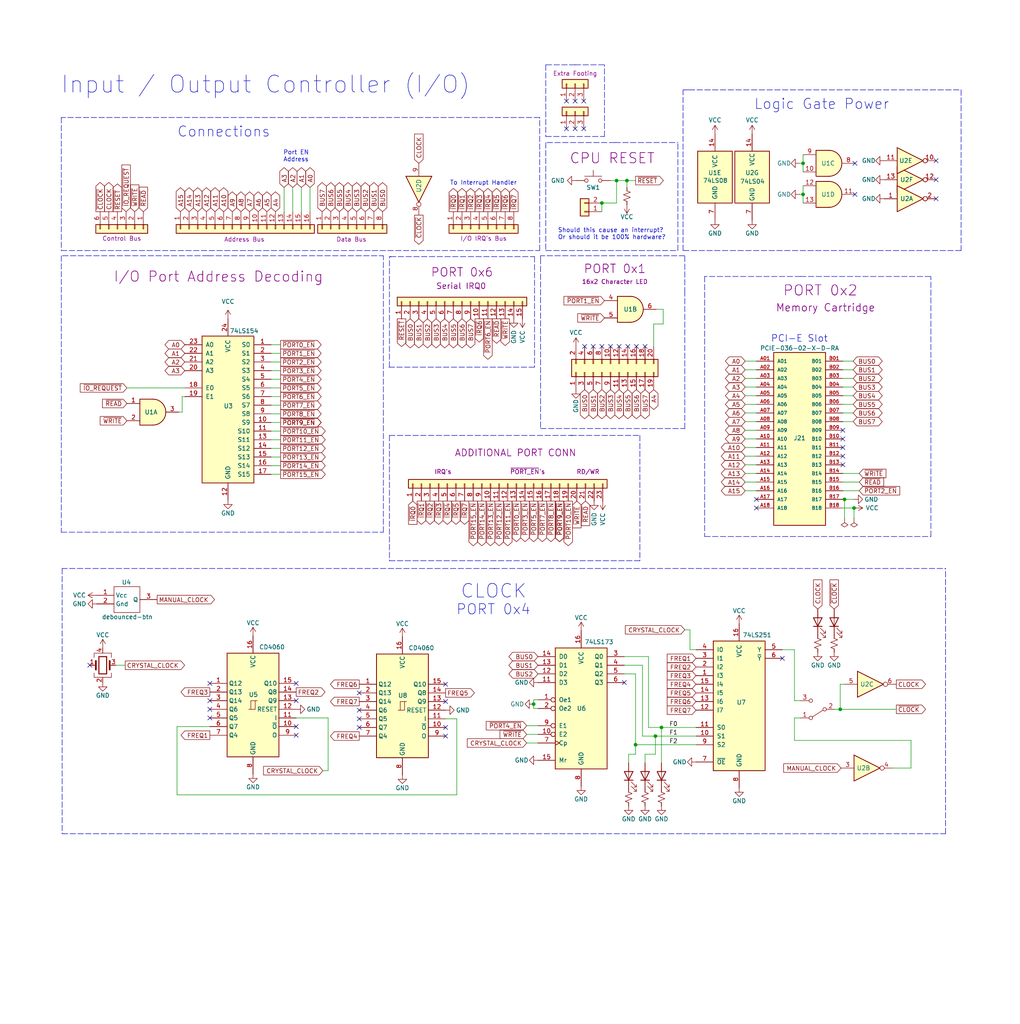
<source format=kicad_sch>
(kicad_sch (version 20211123) (generator eeschema)
  (paper "User" 300.025 300.99)
  (title_block (title "Input Output Controller (I/O)") (date "2022-02-10") (rev "v1") (company "theWickedWebDev/8-bit-computer"))
  (junction (at 248.412 146.812))
  (junction (at 247.142 208.534))
  (junction (at 236.22 48.006))
  (junction (at 156.972 207.01))
  (junction (at 186.944 218.948))
  (junction (at 236.22 57.15))
  (junction (at 177.038 59.69))
  (junction (at 192.786 216.408))
  (junction (at 251.206 149.352))
  (junction (at 184.404 53.086))
  (junction (at 181.356 53.086))
  (junction (at 194.564 213.868))
  (no_connect (at 247.904 129.032))
  (no_connect (at 26.416 195.58))
  (no_connect (at 247.904 134.112))
  (no_connect (at 182.118 101.854))
  (no_connect (at 247.904 126.492))
  (no_connect (at 171.704 37.846))
  (no_connect (at 177.038 101.854))
  (no_connect (at 230.124 193.548))
  (no_connect (at 222.504 146.812))
  (no_connect (at 247.904 136.652))
  (no_connect (at 61.722 208.534))
  (no_connect (at 61.722 211.074))
  (no_connect (at 61.722 205.994))
  (no_connect (at 61.722 200.914))
  (no_connect (at 87.122 205.994))
  (no_connect (at 87.122 200.914))
  (no_connect (at 171.958 101.854))
  (no_connect (at 184.658 101.854))
  (no_connect (at 179.578 101.854))
  (no_connect (at 189.738 101.854))
  (no_connect (at 275.336 58.42))
  (no_connect (at 251.46 48.006))
  (no_connect (at 251.46 57.15))
  (no_connect (at 222.504 149.352))
  (no_connect (at 174.498 101.854))
  (no_connect (at 131.064 216.408))
  (no_connect (at 131.064 213.868))
  (no_connect (at 87.122 213.614))
  (no_connect (at 87.122 216.154))
  (no_connect (at 187.198 101.854))
  (no_connect (at 131.064 206.248))
  (no_connect (at 131.064 201.168))
  (no_connect (at 105.664 203.708))
  (no_connect (at 105.664 208.788))
  (no_connect (at 105.664 213.868))
  (no_connect (at 105.664 211.328))
  (no_connect (at 169.164 37.846))
  (no_connect (at 169.164 29.718))
  (no_connect (at 171.704 29.718))
  (no_connect (at 166.624 29.718))
  (no_connect (at 183.642 200.66))
  (no_connect (at 166.624 37.846))
  (no_connect (at 275.336 47.244))
  (no_connect (at 275.336 52.832))
  (no_connect (at 247.904 131.572))
  (wire (pts (xy 247.142 208.534) (xy 263.652 208.534)))
  (wire (pts (xy 82.55 121.666) (xy 79.756 121.666)))
  (polyline (pts (xy 167.894 128.016) (xy 188.214 128.016)))
  (wire (pts (xy 134.366 233.68) (xy 134.366 211.328)))
  (polyline (pts (xy 114.554 128.016) (xy 114.554 164.846)))
  (polyline (pts (xy 207.264 81.28) (xy 207.264 157.734)))
  (wire (pts (xy 184.912 221.742) (xy 186.944 221.742)))
  (wire (pts (xy 219.202 121.412) (xy 222.504 121.412)))
  (wire (pts (xy 82.55 101.346) (xy 79.756 101.346)))
  (wire (pts (xy 233.68 217.678) (xy 233.68 211.074)))
  (wire (pts (xy 194.564 213.868) (xy 204.724 213.868)))
  (wire (pts (xy 154.94 213.36) (xy 158.242 213.36)))
  (polyline (pts (xy 235.458 81.28) (xy 273.812 81.28)))
  (wire (pts (xy 192.278 95.25) (xy 195.072 95.25)))
  (wire (pts (xy 82.55 129.286) (xy 79.756 129.286)))
  (wire (pts (xy 82.55 131.826) (xy 79.756 131.826)))
  (wire (pts (xy 82.55 134.366) (xy 79.756 134.366)))
  (wire (pts (xy 181.356 53.086) (xy 184.404 53.086)))
  (wire (pts (xy 184.404 53.086) (xy 186.944 53.086)))
  (polyline (pts (xy 200.914 26.416) (xy 202.692 26.416)))
  (polyline (pts (xy 200.914 73.66) (xy 200.914 26.416)))
  (polyline (pts (xy 202.692 26.416) (xy 282.702 26.416)))
  (polyline (pts (xy 145.542 167.132) (xy 18.288 167.132)))
  (wire (pts (xy 219.202 139.192) (xy 222.504 139.192)))
  (wire (pts (xy 219.202 111.252) (xy 222.504 111.252)))
  (polyline (pts (xy 201.422 75.184) (xy 159.004 75.184)))
  (wire (pts (xy 82.55 108.966) (xy 79.756 108.966)))
  (wire (pts (xy 262.636 225.806) (xy 267.97 225.806)))
  (wire (pts (xy 82.55 114.046) (xy 79.756 114.046)))
  (wire (pts (xy 186.944 198.12) (xy 186.944 218.948)))
  (wire (pts (xy 156.972 207.01) (xy 156.972 208.28)))
  (polyline (pts (xy 160.528 19.05) (xy 160.528 40.132)))
  (wire (pts (xy 181.356 59.69) (xy 181.356 53.086)))
  (wire (pts (xy 193.04 90.932) (xy 195.072 90.932)))
  (polyline (pts (xy 158.75 73.66) (xy 158.75 34.544)))
  (wire (pts (xy 219.202 144.272) (xy 222.504 144.272)))
  (wire (pts (xy 186.944 221.742) (xy 186.944 218.948)))
  (wire (pts (xy 184.404 53.086) (xy 184.404 55.118)))
  (wire (pts (xy 250.952 111.252) (xy 247.904 111.252)))
  (wire (pts (xy 192.786 221.742) (xy 192.786 216.408)))
  (wire (pts (xy 82.55 116.586) (xy 79.756 116.586)))
  (polyline (pts (xy 114.808 75.438) (xy 157.226 75.438)))
  (wire (pts (xy 245.618 208.534) (xy 247.142 208.534)))
  (wire (pts (xy 250.952 106.172) (xy 247.904 106.172)))
  (wire (pts (xy 204.724 216.408) (xy 192.786 216.408)))
  (polyline (pts (xy 273.812 157.734) (xy 273.812 81.28)))
  (wire (pts (xy 194.564 213.868) (xy 194.564 224.282)))
  (wire (pts (xy 236.22 54.61) (xy 236.22 57.15)))
  (wire (pts (xy 83.566 55.118) (xy 83.566 62.23)))
  (polyline (pts (xy 159.004 125.984) (xy 201.422 125.984)))
  (wire (pts (xy 82.55 136.906) (xy 79.756 136.906)))
  (wire (pts (xy 88.646 55.118) (xy 88.646 62.23)))
  (polyline (pts (xy 61.214 75.184) (xy 18.034 75.184)))
  (polyline (pts (xy 61.214 75.184) (xy 112.776 75.184)))
  (wire (pts (xy 53.594 116.586) (xy 54.356 116.586)))
  (wire (pts (xy 82.55 106.426) (xy 79.756 106.426)))
  (polyline (pts (xy 114.554 164.846) (xy 168.402 164.846)))
  (wire (pts (xy 190.754 213.868) (xy 194.564 213.868)))
  (wire (pts (xy 61.722 213.614) (xy 52.07 213.614)))
  (wire (pts (xy 219.202 123.952) (xy 222.504 123.952)))
  (polyline (pts (xy 18.288 245.11) (xy 278.13 245.11)))
  (wire (pts (xy 186.944 218.948) (xy 204.724 218.948)))
  (wire (pts (xy 156.972 205.74) (xy 156.972 207.01)))
  (wire (pts (xy 201.422 185.166) (xy 202.946 185.166)))
  (wire (pts (xy 250.952 116.332) (xy 247.904 116.332)))
  (wire (pts (xy 156.972 208.28) (xy 158.242 208.28)))
  (wire (pts (xy 247.904 149.352) (xy 251.206 149.352)))
  (polyline (pts (xy 114.554 128.016) (xy 168.402 128.016)))
  (polyline (pts (xy 235.458 81.28) (xy 207.264 81.28)))
  (polyline (pts (xy 160.528 40.132) (xy 177.8 40.132)))
  (wire (pts (xy 91.186 55.118) (xy 91.186 62.23)))
  (wire (pts (xy 36.83 195.58) (xy 34.036 195.58)))
  (wire (pts (xy 192.786 216.408) (xy 188.976 216.408)))
  (polyline (pts (xy 201.422 86.106) (xy 201.422 75.184)))
  (wire (pts (xy 52.07 233.68) (xy 134.366 233.68)))
  (wire (pts (xy 134.366 211.328) (xy 131.064 211.328)))
  (wire (pts (xy 188.976 216.408) (xy 188.976 195.58)))
  (wire (pts (xy 236.22 48.006) (xy 236.22 50.546)))
  (wire (pts (xy 267.97 225.806) (xy 267.97 217.678)))
  (wire (pts (xy 247.142 201.168) (xy 248.412 201.168)))
  (polyline (pts (xy 18.034 75.184) (xy 18.034 156.464)))
  (wire (pts (xy 183.642 198.12) (xy 186.944 198.12)))
  (wire (pts (xy 177.038 59.69) (xy 177.038 62.23)))
  (wire (pts (xy 248.412 146.812) (xy 247.904 146.812)))
  (wire (pts (xy 267.97 217.678) (xy 233.68 217.678)))
  (wire (pts (xy 233.68 205.994) (xy 235.458 205.994)))
  (polyline (pts (xy 169.164 19.05) (xy 160.528 19.05)))
  (polyline (pts (xy 18.288 167.132) (xy 18.288 245.11)))
  (polyline (pts (xy 188.214 164.846) (xy 167.64 164.846)))
  (wire (pts (xy 252.73 141.732) (xy 247.904 141.732)))
  (wire (pts (xy 190.754 193.04) (xy 190.754 213.868)))
  (polyline (pts (xy 282.702 73.66) (xy 200.914 73.66)))
  (wire (pts (xy 219.202 131.572) (xy 222.504 131.572)))
  (wire (pts (xy 247.142 208.534) (xy 247.142 201.168)))
  (wire (pts (xy 236.22 57.15) (xy 236.22 59.69)))
  (wire (pts (xy 189.738 221.742) (xy 192.786 221.742)))
  (wire (pts (xy 251.206 146.812) (xy 248.412 146.812)))
  (wire (pts (xy 183.642 195.58) (xy 188.976 195.58)))
  (wire (pts (xy 192.278 95.25) (xy 192.278 101.854)))
  (polyline (pts (xy 282.702 26.416) (xy 282.702 73.66)))
  (wire (pts (xy 219.202 118.872) (xy 222.504 118.872)))
  (polyline (pts (xy 157.226 75.438) (xy 157.226 107.95)))
  (polyline (pts (xy 145.288 167.132) (xy 278.13 167.132)))
  (wire (pts (xy 250.952 118.872) (xy 247.904 118.872)))
  (polyline (pts (xy 160.528 41.91) (xy 160.528 73.66)))
  (wire (pts (xy 184.912 224.282) (xy 184.912 221.742)))
  (wire (pts (xy 96.52 226.568) (xy 96.52 211.074)))
  (polyline (pts (xy 112.776 156.464) (xy 112.776 75.184)))
  (wire (pts (xy 250.952 113.792) (xy 247.904 113.792)))
  (polyline (pts (xy 157.226 107.95) (xy 114.554 107.95)))
  (wire (pts (xy 219.202 126.492) (xy 222.504 126.492)))
  (polyline (pts (xy 169.164 19.05) (xy 177.8 19.05)))
  (wire (pts (xy 250.952 108.712) (xy 247.904 108.712)))
  (wire (pts (xy 189.738 224.282) (xy 189.738 221.742)))
  (wire (pts (xy 250.952 123.952) (xy 247.904 123.952)))
  (wire (pts (xy 53.594 121.158) (xy 53.594 116.586)))
  (polyline (pts (xy 188.214 128.016) (xy 188.214 164.846)))
  (wire (pts (xy 219.202 106.172) (xy 222.504 106.172)))
  (wire (pts (xy 154.94 215.9) (xy 158.242 215.9)))
  (wire (pts (xy 82.55 103.886) (xy 79.756 103.886)))
  (polyline (pts (xy 201.422 125.984) (xy 201.422 86.106)))
  (wire (pts (xy 235.204 48.006) (xy 236.22 48.006)))
  (polyline (pts (xy 160.528 73.66) (xy 199.39 73.66)))
  (wire (pts (xy 202.946 191.008) (xy 204.724 191.008)))
  (wire (pts (xy 236.22 45.466) (xy 236.22 48.006)))
  (polyline (pts (xy 159.004 75.184) (xy 159.004 75.946)))
  (polyline (pts (xy 180.848 41.91) (xy 199.39 41.91)))
  (wire (pts (xy 219.202 136.652) (xy 222.504 136.652)))
  (wire (pts (xy 158.242 205.74) (xy 156.972 205.74)))
  (polyline (pts (xy 18.034 156.464) (xy 112.776 156.464)))
  (polyline (pts (xy 180.848 41.91) (xy 160.528 41.91)))
  (polyline (pts (xy 114.554 75.438) (xy 115.062 75.438)))
  (polyline (pts (xy 207.264 157.734) (xy 273.812 157.734)))
  (wire (pts (xy 251.206 149.352) (xy 251.206 152.4)))
  (wire (pts (xy 252.73 139.192) (xy 247.904 139.192)))
  (wire (pts (xy 37.338 114.046) (xy 54.356 114.046)))
  (polyline (pts (xy 18.034 34.544) (xy 18.034 73.66)))
  (polyline (pts (xy 114.554 107.95) (xy 114.554 75.438)))
  (polyline (pts (xy 177.8 40.132) (xy 177.8 19.05)))
  (wire (pts (xy 219.202 113.792) (xy 222.504 113.792)))
  (wire (pts (xy 82.55 111.506) (xy 79.756 111.506)))
  (wire (pts (xy 96.52 211.074) (xy 87.122 211.074)))
  (wire (pts (xy 82.55 139.446) (xy 79.756 139.446)))
  (wire (pts (xy 233.68 191.008) (xy 233.68 205.994)))
  (wire (pts (xy 82.55 126.746) (xy 79.756 126.746)))
  (wire (pts (xy 82.55 119.126) (xy 79.756 119.126)))
  (wire (pts (xy 202.946 185.166) (xy 202.946 191.008)))
  (polyline (pts (xy 278.13 245.11) (xy 278.13 167.132)))
  (polyline (pts (xy 114.3 107.95) (xy 114.3 107.95)))
  (wire (pts (xy 230.124 191.008) (xy 233.68 191.008)))
  (wire (pts (xy 52.578 121.158) (xy 53.594 121.158)))
  (wire (pts (xy 154.94 218.44) (xy 158.242 218.44)))
  (wire (pts (xy 219.202 134.112) (xy 222.504 134.112)))
  (wire (pts (xy 177.038 59.69) (xy 181.356 59.69)))
  (wire (pts (xy 219.202 141.732) (xy 222.504 141.732)))
  (wire (pts (xy 52.07 213.614) (xy 52.07 233.68)))
  (wire (pts (xy 195.072 95.25) (xy 195.072 90.932)))
  (wire (pts (xy 219.202 129.032) (xy 222.504 129.032)))
  (polyline (pts (xy 199.39 73.66) (xy 199.39 41.91)))
  (polyline (pts (xy 158.75 34.544) (xy 18.034 34.544)))
  (wire (pts (xy 248.412 146.812) (xy 248.412 152.4)))
  (polyline (pts (xy 159.004 75.946) (xy 159.004 125.984)))
  (wire (pts (xy 82.55 124.206) (xy 79.756 124.206)))
  (wire (pts (xy 179.578 53.086) (xy 181.356 53.086)))
  (wire (pts (xy 235.204 57.15) (xy 236.22 57.15)))
  (wire (pts (xy 183.642 193.04) (xy 190.754 193.04)))
  (polyline (pts (xy 18.034 73.66) (xy 158.75 73.66)))
  (wire (pts (xy 86.106 55.118) (xy 86.106 62.23)))
  (wire (pts (xy 94.996 226.568) (xy 96.52 226.568)))
  (wire (pts (xy 252.73 144.272) (xy 247.904 144.272)))
  (wire (pts (xy 219.202 116.332) (xy 222.504 116.332)))
  (wire (pts (xy 233.68 211.074) (xy 235.458 211.074)))
  (wire (pts (xy 250.952 121.412) (xy 247.904 121.412)))
  (wire (pts (xy 219.202 108.712) (xy 222.504 108.712)))
  (text "Input / Output Controller (I/O)" (at 17.78 27.94 0) (effects (font (size 5 5)) (justify left bottom)))
  (text "Should this cause an interrupt?\nOr should it be 100% hardware?" (at 164.084 70.612 0) (effects (font (size 1.27 1.27)) (justify left bottom)))
  (text "Logic Gate Power" (at 221.742 32.512 0) (effects (font (size 3 3)) (justify left bottom)))
  (text "PCI-E Slot" (at 243.586 100.838 180) (effects (font (size 2 2)) (justify right bottom)))
  (text "PORT 0x4" (at 134.112 181.102 0) (effects (font (size 3 3)) (justify left bottom)))
  (text "Connections" (at 52.07 40.64 0) (effects (font (size 3 3)) (justify left bottom)))
  (text "Port EN\nAddress" (at 83.312 47.752 0) (effects (font (size 1.27 1.27)) (justify left bottom)))
  (text "To Interrupt Handler" (at 132.334 54.61 0) (effects (font (size 1.27 1.27)) (justify left bottom)))
  (text "CLOCK" (at 135.382 176.276 0) (effects (font (size 4 4)) (justify left bottom)))
  (label "F1" (at 196.85 216.408 0))
  (label "F2" (at 196.85 218.948 0))
  (label "F0" (at 196.85 213.868 0))
  (global_label "~{PORT3_EN}" (shape output) (at 154.432 147.32 270) (property "Intersheet References" "${INTERSHEET_REFS}" (effects hide)))
  (global_label "A4" (shape tri_state) (at 81.026 62.23 90) (property "Intersheet References" "${INTERSHEET_REFS}" (effects hide)))
  (global_label "A10" (shape tri_state) (at 219.202 131.572 180) (property "Intersheet References" "${INTERSHEET_REFS}" (effects hide)))
  (global_label "~{PORT7_EN}" (shape output) (at 82.55 119.126 0) (property "Intersheet References" "${INTERSHEET_REFS}" (effects hide)))
  (global_label "~{IRQ4}" (shape output) (at 131.572 147.32 270) (property "Intersheet References" "${INTERSHEET_REFS}" (effects hide)))
  (global_label "~{IRQ7}" (shape output) (at 136.652 147.32 270) (property "Intersheet References" "${INTERSHEET_REFS}" (effects hide)))
  (global_label "BUS2" (shape tri_state) (at 250.952 111.252 0) (property "Intersheet References" "${INTERSHEET_REFS}" (effects hide)))
  (global_label "BUS1" (shape tri_state) (at 109.982 62.23 90) (property "Intersheet References" "${INTERSHEET_REFS}" (effects hide)))
  (global_label "~{CLOCK}" (shape output) (at 263.652 208.534 0) (property "Intersheet References" "${INTERSHEET_REFS}" (effects hide)))
  (global_label "~{WRITE}" (shape input) (at 39.624 62.23 90) (property "Intersheet References" "${INTERSHEET_REFS}" (effects hide)))
  (global_label "~{PORT2_EN}" (shape input) (at 252.73 144.272 0) (property "Intersheet References" "${INTERSHEET_REFS}" (effects hide)))
  (global_label "BUS6" (shape tri_state) (at 135.89 93.726 270) (property "Intersheet References" "${INTERSHEET_REFS}" (effects hide)))
  (global_label "~{PORT9_EN}" (shape output) (at 164.592 147.32 270) (property "Intersheet References" "${INTERSHEET_REFS}" (effects hide)))
  (global_label "~{IRQ7}" (shape output) (at 151.13 62.23 90) (property "Intersheet References" "${INTERSHEET_REFS}" (effects hide)))
  (global_label "BUS5" (shape tri_state) (at 133.35 93.726 270) (property "Intersheet References" "${INTERSHEET_REFS}" (effects hide)))
  (global_label "BUS0" (shape tri_state) (at 120.65 93.726 270) (property "Intersheet References" "${INTERSHEET_REFS}" (effects hide)))
  (global_label "~{IRQ4}" (shape output) (at 143.51 62.23 90) (property "Intersheet References" "${INTERSHEET_REFS}" (effects hide)))
  (global_label "~{CLOCK}" (shape output) (at 123.19 63.246 270) (property "Intersheet References" "${INTERSHEET_REFS}" (effects hide)))
  (global_label "~{READ}" (shape input) (at 172.212 147.32 270) (property "Intersheet References" "${INTERSHEET_REFS}" (effects hide)))
  (global_label "A0" (shape tri_state) (at 91.186 55.118 90) (property "Intersheet References" "${INTERSHEET_REFS}" (effects hide)))
  (global_label "~{PORT7_EN}" (shape output) (at 159.512 147.32 270) (property "Intersheet References" "${INTERSHEET_REFS}" (effects hide)))
  (global_label "~{PORT13_EN}" (shape output) (at 82.55 134.366 0) (property "Intersheet References" "${INTERSHEET_REFS}" (effects hide)))
  (global_label "A8" (shape tri_state) (at 219.202 126.492 180) (property "Intersheet References" "${INTERSHEET_REFS}" (effects hide)))
  (global_label "A1" (shape tri_state) (at 219.202 108.712 180) (property "Intersheet References" "${INTERSHEET_REFS}" (effects hide)))
  (global_label "~{CLOCK}" (shape input) (at 245.364 179.07 90) (property "Intersheet References" "${INTERSHEET_REFS}" (effects hide)))
  (global_label "A2" (shape tri_state) (at 86.106 55.118 90) (property "Intersheet References" "${INTERSHEET_REFS}" (effects hide)))
  (global_label "~{IRQ2}" (shape output) (at 138.43 62.23 90) (property "Intersheet References" "${INTERSHEET_REFS}" (effects hide)))
  (global_label "A14" (shape tri_state) (at 55.626 62.23 90) (property "Intersheet References" "${INTERSHEET_REFS}" (effects hide)))
  (global_label "~{READ}" (shape output) (at 146.05 93.726 270) (property "Intersheet References" "${INTERSHEET_REFS}" (effects hide)))
  (global_label "A7" (shape tri_state) (at 73.406 62.23 90) (property "Intersheet References" "${INTERSHEET_REFS}" (effects hide)))
  (global_label "A5" (shape tri_state) (at 219.202 118.872 180) (property "Intersheet References" "${INTERSHEET_REFS}" (effects hide)))
  (global_label "A6" (shape tri_state) (at 219.202 121.412 180) (property "Intersheet References" "${INTERSHEET_REFS}" (effects hide)))
  (global_label "CLOCK" (shape input) (at 123.19 48.006 90) (property "Intersheet References" "${INTERSHEET_REFS}" (effects hide)))
  (global_label "A10" (shape tri_state) (at 65.786 62.23 90) (property "Intersheet References" "${INTERSHEET_REFS}" (effects hide)))
  (global_label "BUS6" (shape tri_state) (at 187.198 114.554 270) (property "Intersheet References" "${INTERSHEET_REFS}" (effects hide)))
  (global_label "FREQ5" (shape output) (at 131.064 203.708 0) (property "Intersheet References" "${INTERSHEET_REFS}" (effects hide)))
  (global_label "CLOCK" (shape output) (at 263.652 201.168 0) (property "Intersheet References" "${INTERSHEET_REFS}" (effects hide)))
  (global_label "BUS5" (shape tri_state) (at 99.822 62.23 90) (property "Intersheet References" "${INTERSHEET_REFS}" (effects hide)))
  (global_label "~{PORT10_EN}" (shape output) (at 82.55 126.746 0) (property "Intersheet References" "${INTERSHEET_REFS}" (effects hide)))
  (global_label "A13" (shape tri_state) (at 219.202 139.192 180) (property "Intersheet References" "${INTERSHEET_REFS}" (effects hide)))
  (global_label "~{PORT9_EN}" (shape output) (at 82.55 124.206 0) (property "Intersheet References" "${INTERSHEET_REFS}" (effects hide)))
  (global_label "BUS0" (shape tri_state) (at 158.242 193.04 180) (property "Intersheet References" "${INTERSHEET_REFS}" (effects hide)))
  (global_label "A9" (shape tri_state) (at 219.202 129.032 180) (property "Intersheet References" "${INTERSHEET_REFS}" (effects hide)))
  (global_label "BUS4" (shape tri_state) (at 250.952 116.332 0) (property "Intersheet References" "${INTERSHEET_REFS}" (effects hide)))
  (global_label "~{RESET}" (shape output) (at 34.544 62.23 90) (property "Intersheet References" "${INTERSHEET_REFS}" (effects hide)))
  (global_label "~{PORT9_EN}" (shape output) (at 82.55 124.206 0) (property "Intersheet References" "${INTERSHEET_REFS}" (effects hide)))
  (global_label "A4" (shape tri_state) (at 192.278 114.554 270) (property "Intersheet References" "${INTERSHEET_REFS}" (effects hide)))
  (global_label "BUS7" (shape tri_state) (at 250.952 123.952 0) (property "Intersheet References" "${INTERSHEET_REFS}" (effects hide)))
  (global_label "~{WRITE}" (shape input) (at 37.338 123.698 180) (property "Intersheet References" "${INTERSHEET_REFS}" (effects hide)))
  (global_label "~{IRQ3}" (shape output) (at 140.97 62.23 90) (property "Intersheet References" "${INTERSHEET_REFS}" (effects hide)))
  (global_label "A11" (shape tri_state) (at 63.246 62.23 90) (property "Intersheet References" "${INTERSHEET_REFS}" (effects hide)))
  (global_label "~{READ}" (shape input) (at 42.164 62.23 90) (property "Intersheet References" "${INTERSHEET_REFS}" (effects hide)))
  (global_label "BUS2" (shape tri_state) (at 125.73 93.726 270) (property "Intersheet References" "${INTERSHEET_REFS}" (effects hide)))
  (global_label "~{PORT9_EN}" (shape output) (at 164.592 147.32 270) (property "Intersheet References" "${INTERSHEET_REFS}" (effects hide)))
  (global_label "~{IRQ3}" (shape output) (at 129.032 147.32 270) (property "Intersheet References" "${INTERSHEET_REFS}" (effects hide)))
  (global_label "~{WRITE}" (shape input) (at 169.672 147.32 270) (property "Intersheet References" "${INTERSHEET_REFS}" (effects hide)))
  (global_label "CRYSTAL_CLOCK" (shape input) (at 94.996 226.568 180) (property "Intersheet References" "${INTERSHEET_REFS}" (effects hide)))
  (global_label "FREQ4" (shape output) (at 105.664 216.408 180) (property "Intersheet References" "${INTERSHEET_REFS}" (effects hide)))
  (global_label "~{PORT14_EN}" (shape output) (at 141.732 147.32 270) (property "Intersheet References" "${INTERSHEET_REFS}" (effects hide)))
  (global_label "~{PORT6_EN}" (shape output) (at 82.55 116.586 0) (property "Intersheet References" "${INTERSHEET_REFS}" (effects hide)))
  (global_label "~{PORT14_EN}" (shape output) (at 82.55 136.906 0) (property "Intersheet References" "${INTERSHEET_REFS}" (effects hide)))
  (global_label "~{PORT11_EN}" (shape output) (at 82.55 129.286 0) (property "Intersheet References" "${INTERSHEET_REFS}" (effects hide)))
  (global_label "FREQ6" (shape output) (at 105.664 201.168 180) (property "Intersheet References" "${INTERSHEET_REFS}" (effects hide)))
  (global_label "BUS7" (shape tri_state) (at 94.742 62.23 90) (property "Intersheet References" "${INTERSHEET_REFS}" (effects hide)))
  (global_label "~{PORT8_EN}" (shape output) (at 162.052 147.32 270) (property "Intersheet References" "${INTERSHEET_REFS}" (effects hide)))
  (global_label "FREQ7" (shape output) (at 105.664 206.248 180) (property "Intersheet References" "${INTERSHEET_REFS}" (effects hide)))
  (global_label "~{WRITE}" (shape input) (at 252.73 139.192 0) (property "Intersheet References" "${INTERSHEET_REFS}" (effects hide)))
  (global_label "BUS7" (shape tri_state) (at 189.738 114.554 270) (property "Intersheet References" "${INTERSHEET_REFS}" (effects hide)))
  (global_label "~{PORT4_EN}" (shape input) (at 154.94 213.36 180) (property "Intersheet References" "${INTERSHEET_REFS}" (effects hide)))
  (global_label "A2" (shape tri_state) (at 54.356 106.426 180) (property "Intersheet References" "${INTERSHEET_REFS}" (effects hide)))
  (global_label "~{PORT8_EN}" (shape output) (at 82.55 121.666 0) (property "Intersheet References" "${INTERSHEET_REFS}" (effects hide)))
  (global_label "A15" (shape tri_state) (at 219.202 144.272 180) (property "Intersheet References" "${INTERSHEET_REFS}" (effects hide)))
  (global_label "A11" (shape tri_state) (at 219.202 134.112 180) (property "Intersheet References" "${INTERSHEET_REFS}" (effects hide)))
  (global_label "~{PORT0_EN}" (shape output) (at 151.892 147.32 270) (property "Intersheet References" "${INTERSHEET_REFS}" (effects hide)))
  (global_label "~{PORT3_EN}" (shape output) (at 82.55 108.966 0) (property "Intersheet References" "${INTERSHEET_REFS}" (effects hide)))
  (global_label "A3" (shape tri_state) (at 54.356 108.966 180) (property "Intersheet References" "${INTERSHEET_REFS}" (effects hide)))
  (global_label "BUS0" (shape tri_state) (at 250.952 106.172 0) (property "Intersheet References" "${INTERSHEET_REFS}" (effects hide)))
  (global_label "BUS3" (shape tri_state) (at 128.27 93.726 270) (property "Intersheet References" "${INTERSHEET_REFS}" (effects hide)))
  (global_label "FREQ2" (shape output) (at 87.122 203.454 0) (property "Intersheet References" "${INTERSHEET_REFS}" (effects hide)))
  (global_label "BUS1" (shape tri_state) (at 158.242 195.58 180) (property "Intersheet References" "${INTERSHEET_REFS}" (effects hide)))
  (global_label "~{IRQ5}" (shape output) (at 146.05 62.23 90) (property "Intersheet References" "${INTERSHEET_REFS}" (effects hide)))
  (global_label "BUS3" (shape tri_state) (at 250.952 113.792 0) (property "Intersheet References" "${INTERSHEET_REFS}" (effects hide)))
  (global_label "~{IRQ6}" (shape output) (at 148.59 62.23 90) (property "Intersheet References" "${INTERSHEET_REFS}" (effects hide)))
  (global_label "A0" (shape tri_state) (at 54.356 101.346 180) (property "Intersheet References" "${INTERSHEET_REFS}" (effects hide)))
  (global_label "FREQ1" (shape output) (at 61.722 216.154 180) (property "Intersheet References" "${INTERSHEET_REFS}" (effects hide)))
  (global_label "FREQ3" (shape output) (at 61.722 203.454 180) (property "Intersheet References" "${INTERSHEET_REFS}" (effects hide)))
  (global_label "~{IRQ1}" (shape output) (at 135.89 62.23 90) (property "Intersheet References" "${INTERSHEET_REFS}" (effects hide)))
  (global_label "A4" (shape tri_state) (at 219.202 116.332 180) (property "Intersheet References" "${INTERSHEET_REFS}" (effects hide)))
  (global_label "A6" (shape tri_state) (at 75.946 62.23 90) (property "Intersheet References" "${INTERSHEET_REFS}" (effects hide)))
  (global_label "~{PORT1_EN}" (shape input) (at 177.8 88.392 180) (property "Intersheet References" "${INTERSHEET_REFS}" (effects hide)))
  (global_label "MANUAL_CLOCK" (shape input) (at 247.396 225.806 180) (property "Intersheet References" "${INTERSHEET_REFS}" (effects hide)))
  (global_label "~{WRITE}" (shape input) (at 154.94 215.9 180) (property "Intersheet References" "${INTERSHEET_REFS}" (effects hide)))
  (global_label "BUS1" (shape tri_state) (at 174.498 114.554 270) (property "Intersheet References" "${INTERSHEET_REFS}" (effects hide)))
  (global_label "BUS1" (shape tri_state) (at 250.952 108.712 0) (property "Intersheet References" "${INTERSHEET_REFS}" (effects hide)))
  (global_label "BUS6" (shape tri_state) (at 97.282 62.23 90) (property "Intersheet References" "${INTERSHEET_REFS}" (effects hide)))
  (global_label "A14" (shape tri_state) (at 219.202 141.732 180) (property "Intersheet References" "${INTERSHEET_REFS}" (effects hide)))
  (global_label "A1" (shape tri_state) (at 88.646 55.118 90) (property "Intersheet References" "${INTERSHEET_REFS}" (effects hide)))
  (global_label "FREQ5" (shape input) (at 204.724 203.708 180) (property "Intersheet References" "${INTERSHEET_REFS}" (effects hide)))
  (global_label "~{PORT0_EN}" (shape output) (at 82.55 101.346 0) (property "Intersheet References" "${INTERSHEET_REFS}" (effects hide)))
  (global_label "~{WRITE}" (shape input) (at 177.8 93.472 180) (property "Intersheet References" "${INTERSHEET_REFS}" (effects hide)))
  (global_label "MANUAL_CLOCK" (shape output) (at 46.228 176.276 0) (property "Intersheet References" "${INTERSHEET_REFS}" (effects hide)))
  (global_label "BUS5" (shape tri_state) (at 250.952 118.872 0) (property "Intersheet References" "${INTERSHEET_REFS}" (effects hide)))
  (global_label "~{PORT12_EN}" (shape output) (at 146.812 147.32 270) (property "Intersheet References" "${INTERSHEET_REFS}" (effects hide)))
  (global_label "BUS2" (shape tri_state) (at 177.038 114.554 270) (property "Intersheet References" "${INTERSHEET_REFS}" (effects hide)))
  (global_label "~{PORT6_EN}" (shape output) (at 143.51 93.726 270) (property "Intersheet References" "${INTERSHEET_REFS}" (effects hide)))
  (global_label "CLOCK" (shape output) (at 32.004 62.23 90) (property "Intersheet References" "${INTERSHEET_REFS}" (effects hide)))
  (global_label "~{IRQ0}" (shape output) (at 133.35 62.23 90) (property "Intersheet References" "${INTERSHEET_REFS}" (effects hide)))
  (global_label "~{PORT4_EN}" (shape output) (at 82.55 111.506 0) (property "Intersheet References" "${INTERSHEET_REFS}" (effects hide)))
  (global_label "BUS5" (shape tri_state) (at 184.658 114.554 270) (property "Intersheet References" "${INTERSHEET_REFS}" (effects hide)))
  (global_label "~{IO_REQUEST}" (shape input) (at 37.084 62.23 90) (property "Intersheet References" "${INTERSHEET_REFS}" (effects hide)))
  (global_label "~{PORT13_EN}" (shape output) (at 144.272 147.32 270) (property "Intersheet References" "${INTERSHEET_REFS}" (effects hide)))
  (global_label "~{IRQ1}" (shape output) (at 123.952 147.32 270) (property "Intersheet References" "${INTERSHEET_REFS}" (effects hide)))
  (global_label "BUS3" (shape tri_state) (at 179.578 114.554 270) (property "Intersheet References" "${INTERSHEET_REFS}" (effects hide)))
  (global_label "~{READ}" (shape input) (at 37.338 118.618 180) (property "Intersheet References" "${INTERSHEET_REFS}" (effects hide)))
  (global_label "BUS2" (shape tri_state) (at 158.242 198.12 180) (property "Intersheet References" "${INTERSHEET_REFS}" (effects hide)))
  (global_label "A2" (shape tri_state) (at 219.202 111.252 180) (property "Intersheet References" "${INTERSHEET_REFS}" (effects hide)))
  (global_label "FREQ3" (shape input) (at 204.724 198.628 180) (property "Intersheet References" "${INTERSHEET_REFS}" (effects hide)))
  (global_label "~{CLOCK}" (shape output) (at 29.464 62.23 90) (property "Intersheet References" "${INTERSHEET_REFS}" (effects hide)))
  (global_label "A12" (shape tri_state) (at 60.706 62.23 90) (property "Intersheet References" "${INTERSHEET_REFS}" (effects hide)))
  (global_label "FREQ4" (shape input) (at 204.724 201.168 180) (property "Intersheet References" "${INTERSHEET_REFS}" (effects hide)))
  (global_label "~{PORT15_EN}" (shape output) (at 139.192 147.32 270) (property "Intersheet References" "${INTERSHEET_REFS}" (effects hide)))
  (global_label "~{IO_REQUEST}" (shape input) (at 37.338 114.046 180) (property "Intersheet References" "${INTERSHEET_REFS}" (effects hide)))
  (global_label "A3" (shape tri_state) (at 219.202 113.792 180) (property "Intersheet References" "${INTERSHEET_REFS}" (effects hide)))
  (global_label "A8" (shape tri_state) (at 70.866 62.23 90) (property "Intersheet References" "${INTERSHEET_REFS}" (effects hide)))
  (global_label "~{IRQ6}" (shape output) (at 140.97 93.726 270) (property "Intersheet References" "${INTERSHEET_REFS}" (effects hide)))
  (global_label "~{IRQ0}" (shape input) (at 121.412 147.32 270) (property "Intersheet References" "${INTERSHEET_REFS}" (effects hide)))
  (global_label "A1" (shape tri_state) (at 54.356 103.886 180) (property "Intersheet References" "${INTERSHEET_REFS}" (effects hide)))
  (global_label "A12" (shape tri_state) (at 219.202 136.652 180) (property "Intersheet References" "${INTERSHEET_REFS}" (effects hide)))
  (global_label "~{RESET}" (shape output) (at 118.11 93.726 270) (property "Intersheet References" "${INTERSHEET_REFS}" (effects hide)))
  (global_label "A3" (shape tri_state) (at 83.566 55.118 90) (property "Intersheet References" "${INTERSHEET_REFS}" (effects hide)))
  (global_label "A0" (shape tri_state) (at 219.202 106.172 180) (property "Intersheet References" "${INTERSHEET_REFS}" (effects hide)))
  (global_label "BUS6" (shape tri_state) (at 250.952 121.412 0) (property "Intersheet References" "${INTERSHEET_REFS}" (effects hide)))
  (global_label "BUS2" (shape tri_state) (at 107.442 62.23 90) (property "Intersheet References" "${INTERSHEET_REFS}" (effects hide)))
  (global_label "A15" (shape tri_state) (at 53.086 62.23 90) (property "Intersheet References" "${INTERSHEET_REFS}" (effects hide)))
  (global_label "~{PORT12_EN}" (shape output) (at 82.55 131.826 0) (property "Intersheet References" "${INTERSHEET_REFS}" (effects hide)))
  (global_label "BUS4" (shape tri_state) (at 130.81 93.726 270) (property "Intersheet References" "${INTERSHEET_REFS}" (effects hide)))
  (global_label "FREQ2" (shape input) (at 204.724 196.088 180) (property "Intersheet References" "${INTERSHEET_REFS}" (effects hide)))
  (global_label "~{PORT11_EN}" (shape output) (at 149.352 147.32 270) (property "Intersheet References" "${INTERSHEET_REFS}" (effects hide)))
  (global_label "A13" (shape tri_state) (at 58.166 62.23 90) (property "Intersheet References" "${INTERSHEET_REFS}" (effects hide)))
  (global_label "FREQ6" (shape input) (at 204.724 206.248 180) (property "Intersheet References" "${INTERSHEET_REFS}" (effects hide)))
  (global_label "BUS0" (shape tri_state) (at 112.522 62.23 90) (property "Intersheet References" "${INTERSHEET_REFS}" (effects hide)))
  (global_label "A7" (shape tri_state) (at 219.202 123.952 180) (property "Intersheet References" "${INTERSHEET_REFS}" (effects hide)))
  (global_label "~{PORT2_EN}" (shape output) (at 82.55 106.426 0) (property "Intersheet References" "${INTERSHEET_REFS}" (effects hide)))
  (global_label "BUS1" (shape tri_state) (at 123.19 93.726 270) (property "Intersheet References" "${INTERSHEET_REFS}" (effects hide)))
  (global_label "BUS7" (shape tri_state) (at 138.43 93.726 270) (property "Intersheet References" "${INTERSHEET_REFS}" (effects hide)))
  (global_label "BUS3" (shape tri_state) (at 104.902 62.23 90) (property "Intersheet References" "${INTERSHEET_REFS}" (effects hide)))
  (global_label "CLOCK" (shape input) (at 240.538 179.07 90) (property "Intersheet References" "${INTERSHEET_REFS}" (effects hide)))
  (global_label "A9" (shape tri_state) (at 68.326 62.23 90) (property "Intersheet References" "${INTERSHEET_REFS}" (effects hide)))
  (global_label "BUS0" (shape tri_state) (at 171.958 114.554 270) (property "Intersheet References" "${INTERSHEET_REFS}" (effects hide)))
  (global_label "~{IRQ2}" (shape output) (at 126.492 147.32 270) (property "Intersheet References" "${INTERSHEET_REFS}" (effects hide)))
  (global_label "FREQ1" (shape input) (at 204.724 193.548 180) (property "Intersheet References" "${INTERSHEET_REFS}" (effects hide)))
  (global_label "BUS4" (shape tri_state) (at 102.362 62.23 90) (property "Intersheet References" "${INTERSHEET_REFS}" (effects hide)))
  (global_label "A5" (shape tri_state) (at 78.486 62.23 90) (property "Intersheet References" "${INTERSHEET_REFS}" (effects hide)))
  (global_label "~{PORT10_EN}" (shape output) (at 167.132 147.32 270) (property "Intersheet References" "${INTERSHEET_REFS}" (effects hide)))
  (global_label "BUS4" (shape tri_state) (at 182.118 114.554 270) (property "Intersheet References" "${INTERSHEET_REFS}" (effects hide)))
  (global_label "~{RESET}" (shape output) (at 186.944 53.086 0) (property "Intersheet References" "${INTERSHEET_REFS}" (effects hide)))
  (global_label "CRYSTAL_CLOCK" (shape input) (at 154.94 218.44 180) (property "Intersheet References" "${INTERSHEET_REFS}" (effects hide)))
  (global_label "CRYSTAL_CLOCK" (shape output) (at 36.83 195.58 0) (property "Intersheet References" "${INTERSHEET_REFS}" (effects hide)))
  (global_label "~{PORT5_EN}" (shape output) (at 82.55 114.046 0) (property "Intersheet References" "${INTERSHEET_REFS}" (effects hide)))
  (global_label "~{PORT1_EN}" (shape output) (at 82.55 103.886 0) (property "Intersheet References" "${INTERSHEET_REFS}" (effects hide)))
  (global_label "~{PORT5_EN}" (shape output) (at 156.972 147.32 270) (property "Intersheet References" "${INTERSHEET_REFS}" (effects hide)))
  (global_label "~{PORT15_EN}" (shape output) (at 82.55 139.446 0) (property "Intersheet References" "${INTERSHEET_REFS}" (effects hide)))
  (global_label "FREQ7" (shape input) (at 204.724 208.788 180) (property "Intersheet References" "${INTERSHEET_REFS}" (effects hide)))
  (global_label "CRYSTAL_CLOCK" (shape input) (at 201.422 185.166 180) (property "Intersheet References" "${INTERSHEET_REFS}" (effects hide)))
  (global_label "~{READ}" (shape input) (at 252.73 141.732 0) (property "Intersheet References" "${INTERSHEET_REFS}" (effects hide)))
  (global_label "~{WRITE}" (shape output) (at 148.59 93.726 270) (property "Intersheet References" "${INTERSHEET_REFS}" (effects hide)))
  (global_label "~{IRQ5}" (shape output) (at 134.112 147.32 270) (property "Intersheet References" "${INTERSHEET_REFS}" (effects hide)))
  (symbol (lib_id "power:GND") (at 251.206 146.812 90) (unit 1)
    (property "Reference" "#PWR035" (effects hide))
    (property "Value" "GND" (at 256.286 146.812 90))
  )
  (symbol (lib_id "Connector_Generic:Conn_01x15") (at 135.89 88.646 90) (unit 1)
    (property "Reference" "J5" (effects hide))
    (property "Value" "Conn_01x15" (effects hide))
    (property "Footprint" "Connector_PinHeader_2.54mm:PinHeader_1x15_P2.54mm_Vertical" (effects hide))
    (property "Field4" "PORT 0x6" (at 135.89 80.01 90) (effects (font (size 2.5 2.5))))
    (property "Field5" "Serial IRQ0" (at 135.636 84.074 90) (effects (font (size 1.7 1.7))))
  )
  (symbol (lib_id "Connector_Generic:Conn_02x10_Odd_Even") (at 179.578 109.474 90) (unit 1)
    (property "Reference" "J3" (effects hide))
    (property "Value" "Conn_02x20_Odd_Even" (effects hide))
    (property "Footprint" "Connector_IDC:IDC-Header_2x10_P2.54mm_Vertical" (effects hide))
    (property "Field4" "16x2 Character LED" (at 180.848 82.804 90))
    (property "Field5" "PORT 0x1" (at 180.848 78.994 90) (effects (font (size 2.5 2.5))))
  )
  (symbol (lib_id "74xx:74LS08") (at 243.84 48.006 0) (unit 3)
    (property "Reference" "U1" (at 243.586 48.006 0))
    (property "Value" "74LS08" (effects hide))
    (property "Footprint" "Package_SO:TSSOP-14_4.4x5mm_P0.65mm" (effects hide))
    (property "Datasheet" "http://www.ti.com/lit/gpn/sn74LS08" (effects hide))
  )
  (symbol (lib_id "74xx:74LS04") (at 256.032 201.168 0) (unit 3)
    (property "Reference" "U2" (at 255.016 201.168 0))
    (property "Value" "74LS04" (effects hide))
    (property "Footprint" "Package_SO:TSSOP-14_4.4x5mm_P0.65mm" (effects hide))
    (property "Datasheet" "http://www.ti.com/lit/gpn/sn74LS04" (effects hide))
  )
  (symbol (lib_id "power:GND") (at 260.096 58.42 270) (unit 1)
    (property "Reference" "#PWR0107" (effects hide))
    (property "Value" "GND" (at 255.524 58.42 90))
  )
  (symbol (lib_id "power:VCC") (at 30.226 190.5 0) (mirror y) (unit 1)
    (property "Reference" "#PWR01" (effects hide))
    (property "Value" "VCC" (at 30.226 186.69 0))
  )
  (symbol (lib_id "power:GND") (at 260.096 47.244 270) (unit 1)
    (property "Reference" "#PWR050" (effects hide))
    (property "Value" "GND" (at 255.524 47.244 90))
  )
  (symbol (lib_id "Device:R_Small_US") (at 184.404 57.658 0) (unit 1)
    (property "Reference" "R1" (effects hide))
    (property "Value" "R_Small_US" (effects hide))
    (property "Footprint" "Resistor_SMD:R_0805_2012Metric" (effects hide))
  )
  (symbol (lib_id "74xx:74LS173") (at 170.942 208.28 0) (unit 1)
    (property "Reference" "U6" (at 169.672 208.28 0) (effects (justify left)))
    (property "Value" "74LS173" (at 171.958 188.722 0) (effects (justify left)))
    (property "Footprint" "Package_SO:TSSOP-16_4.4x5mm_P0.65mm" (effects hide))
    (property "Datasheet" "http://www.ti.com/lit/gpn/sn74LS173" (effects hide))
  )
  (symbol (lib_id "power:GND") (at 204.724 224.028 270) (unit 1)
    (property "Reference" "#PWR022" (effects hide))
    (property "Value" "GND" (at 199.898 224.028 90))
  )
  (symbol (lib_id "power:VCC") (at 170.942 185.42 0) (mirror y) (unit 1)
    (property "Reference" "#PWR06" (effects hide))
    (property "Value" "VCC" (at 170.942 181.61 0))
  )
  (symbol (lib_id "Device:R_Small_US") (at 184.912 234.442 0) (unit 1)
    (property "Reference" "R2" (effects hide))
    (property "Value" "R_Small_US" (effects hide))
    (property "Footprint" "Resistor_SMD:R_0805_2012Metric" (effects hide))
  )
  (symbol (lib_id "Stephen:CD4060") (at 74.422 207.264 0) (unit 1)
    (property "Reference" "U5" (at 73.152 204.216 0) (effects (justify left)))
    (property "Value" "CD4060" (at 76.2 190.246 0) (effects (justify left)))
    (property "Footprint" "Package_SO:SOIC-16_3.9x9.9mm_P1.27mm" (effects hide))
  )
  (symbol (lib_id "power:GND") (at 235.204 48.006 270) (unit 1)
    (property "Reference" "#PWR042" (effects hide))
    (property "Value" "GND" (at 230.632 48.006 90))
  )
  (symbol (lib_id "Device:LED") (at 189.738 228.092 90) (unit 1)
    (property "Reference" "D2" (effects hide))
    (property "Value" "LED" (effects hide))
    (property "Footprint" "Stephenv6:LED_RED_0805_2012Metric" (effects hide))
  )
  (symbol (lib_id "74xx:74LS251") (at 217.424 206.248 0) (unit 1)
    (property "Reference" "U7" (at 216.662 206.502 0) (effects (justify left)))
    (property "Value" "74LS251" (at 218.44 186.69 0) (effects (justify left)))
    (property "Footprint" "Package_SO:TSSOP-16_4.4x5mm_P0.65mm" (effects hide))
    (property "Datasheet" "http://www.ti.com/lit/gpn/sn74LS251" (effects hide))
  )
  (symbol (lib_id "Connector_Generic:Conn_01x03") (at 169.164 24.638 90) (unit 1)
    (property "Reference" "J7" (effects hide))
    (property "Value" "Conn_01x03" (effects hide))
    (property "Footprint" "Connector_PinHeader_2.54mm:PinHeader_1x03_P2.54mm_Vertical" (effects hide))
    (property "Field4" "Extra Footing" (at 169.164 21.59 90))
  )
  (symbol (lib_id "74xx:74LS08") (at 210.312 52.07 0) (unit 5)
    (property "Reference" "U1" (at 208.28 50.8 0) (effects (justify left)))
    (property "Value" "74LS08" (at 206.756 53.086 0) (effects (justify left)))
    (property "Footprint" "Package_SO:TSSOP-14_4.4x5mm_P0.65mm" (effects hide))
    (property "Datasheet" "http://www.ti.com/lit/gpn/sn74LS08" (effects hide))
  )
  (symbol (lib_id "74xx:74LS04") (at 221.234 52.07 0) (unit 7)
    (property "Reference" "U2" (at 219.202 50.8 0) (effects (justify left)))
    (property "Value" "74LS04" (at 217.678 53.34 0) (effects (justify left)))
    (property "Footprint" "Package_SO:TSSOP-14_4.4x5mm_P0.65mm" (effects hide))
    (property "Datasheet" "http://www.ti.com/lit/gpn/sn74LS04" (effects hide))
  )
  (symbol (lib_id "power:GND") (at 260.096 52.832 270) (unit 1)
    (property "Reference" "#PWR051" (effects hide))
    (property "Value" "GND" (at 255.524 52.832 90))
  )
  (symbol (lib_id "power:VCC") (at 177.292 147.32 0) (mirror x) (unit 1)
    (property "Reference" "#PWR0103" (effects hide))
    (property "Value" "VCC" (at 177.292 152.654 90))
  )
  (symbol (lib_id "power:GND") (at 245.364 191.77 0) (unit 1)
    (property "Reference" "#PWR030" (effects hide))
    (property "Value" "GND" (at 245.364 195.58 0))
  )
  (symbol (lib_id "Connector_Generic:Conn_01x02") (at 171.958 62.23 180) (unit 1)
    (property "Reference" "J4" (effects hide))
    (property "Value" "Conn_01x02" (effects hide))
    (property "Footprint" "Connector_PinHeader_2.54mm:PinHeader_1x02_P2.54mm_Vertical" (effects hide))
  )
  (symbol (lib_id "74xx:74LS04") (at 255.016 225.806 0) (unit 2)
    (property "Reference" "U2" (at 254 225.806 0))
    (property "Value" "74LS04" (effects hide))
    (property "Footprint" "Package_SO:TSSOP-14_4.4x5mm_P0.65mm" (effects hide))
    (property "Datasheet" "http://www.ti.com/lit/gpn/sn74LS04" (effects hide))
  )
  (symbol (lib_id "Device:R_Small_US") (at 194.564 234.442 0) (unit 1)
    (property "Reference" "R4" (effects hide))
    (property "Value" "R_Small_US" (effects hide))
    (property "Footprint" "Resistor_SMD:R_0805_2012Metric" (effects hide))
  )
  (symbol (lib_id "74xx:74LS04") (at 123.19 55.626 270) (unit 4)
    (property "Reference" "U2" (at 123.19 54.61 0))
    (property "Value" "74LS04" (effects hide))
    (property "Footprint" "Package_SO:TSSOP-14_4.4x5mm_P0.65mm" (effects hide))
    (property "Datasheet" "http://www.ti.com/lit/gpn/sn74LS04" (effects hide))
  )
  (symbol (lib_id "Connector_Generic:Conn_01x03") (at 169.164 32.766 90) (unit 1)
    (property "Reference" "J8" (effects hide))
    (property "Value" "Conn_01x03" (effects hide))
    (property "Footprint" "Connector_PinHeader_2.54mm:PinHeader_1x03_P2.54mm_Vertical" (effects hide))
  )
  (symbol (lib_id "74xx:74LS08") (at 44.958 121.158 0) (unit 1)
    (property "Reference" "U1" (at 44.45 121.158 0))
    (property "Value" "74LS08" (effects hide))
    (property "Footprint" "Package_SO:TSSOP-14_4.4x5mm_P0.65mm" (effects hide))
    (property "Datasheet" "http://www.ti.com/lit/gpn/sn74LS08" (effects hide))
  )
  (symbol (lib_id "power:VCC") (at 153.67 93.726 0) (mirror x) (unit 1)
    (property "Reference" "#PWR08" (effects hide))
    (property "Value" "VCC" (at 153.67 99.06 90))
  )
  (symbol (lib_id "Device:LED") (at 194.564 228.092 90) (unit 1)
    (property "Reference" "D3" (effects hide))
    (property "Value" "LED" (effects hide))
    (property "Footprint" "Stephenv6:LED_RED_0805_2012Metric" (effects hide))
  )
  (symbol (lib_id "Connector_Generic:Conn_01x08") (at 102.362 67.31 90) (mirror x) (unit 1)
    (property "Reference" "J11" (effects hide))
    (property "Value" "Conn_01x08" (effects hide))
    (property "Footprint" "Connector_PinHeader_2.54mm:PinHeader_1x08_P2.54mm_Vertical" (effects hide))
    (property "Field4" "Data Bus" (at 103.378 70.358 90))
  )
  (symbol (lib_id "power:GND") (at 131.064 208.788 90) (unit 1)
    (property "Reference" "#PWR016" (effects hide))
    (property "Value" "GND" (at 136.144 208.788 90))
  )
  (symbol (lib_id "power:GND") (at 158.242 223.52 270) (unit 1)
    (property "Reference" "#PWR020" (effects hide))
    (property "Value" "GND" (at 153.416 223.52 90))
  )
  (symbol (lib_id "power:GND") (at 169.418 114.554 0) (unit 1)
    (property "Reference" "#PWR0106" (effects hide))
    (property "Value" "GND" (at 169.418 119.38 90))
  )
  (symbol (lib_id "power:GND") (at 184.912 236.982 0) (unit 1)
    (property "Reference" "#PWR023" (effects hide))
    (property "Value" "GND" (at 184.912 240.792 0))
  )
  (symbol (lib_id "Stephen:DebouncedButton") (at 37.338 171.196 0) (unit 1)
    (property "Reference" "U4" (at 35.814 171.196 0) (effects (justify left)))
    (property "Value" "debounced-btn" (at 29.972 181.356 0) (effects (justify left)))
    (property "Footprint" "Stephenv6:breakout-debounce-btn" (effects hide))
  )
  (symbol (lib_id "power:GND") (at 28.448 177.546 270) (unit 1)
    (property "Reference" "#PWR0102" (effects hide))
    (property "Value" "GND" (at 23.368 177.546 90))
  )
  (symbol (lib_id "power:GND") (at 169.418 53.086 270) (mirror x) (unit 1)
    (property "Reference" "#PWR025" (effects hide))
    (property "Value" "GND" (at 164.084 53.086 90))
  )
  (symbol (lib_id "power:GND") (at 118.364 227.838 0) (unit 1)
    (property "Reference" "#PWR015" (effects hide))
    (property "Value" "GND" (at 118.364 231.648 0))
  )
  (symbol (lib_id "power:GND") (at 151.13 93.726 0) (mirror y) (unit 1)
    (property "Reference" "#PWR04" (effects hide))
    (property "Value" "GND" (at 151.13 99.06 90))
  )
  (symbol (lib_id "Switch:SW_Push") (at 174.498 53.086 0) (unit 1)
    (property "Reference" "SW1" (at 174.498 55.118 0))
    (property "Value" "SW_Push" (effects hide))
    (property "Footprint" "Button_Switch_THT:SW_PUSH_6mm" (effects hide))
    (property "Field4" "CPU RESET" (at 180.086 46.482 0) (effects (font (size 3 3))))
  )
  (symbol (lib_id "Device:R_Small_US") (at 245.364 189.23 0) (unit 1)
    (property "Reference" "R6" (effects hide))
    (property "Value" "R_Small_US" (effects hide))
    (property "Footprint" "Resistor_SMD:R_0805_2012Metric" (effects hide))
  )
  (symbol (lib_id "power:GND") (at 158.242 200.66 270) (unit 1)
    (property "Reference" "#PWR019" (effects hide))
    (property "Value" "GND" (at 153.416 200.66 90))
  )
  (symbol (lib_id "Device:Crystal_GND24") (at 30.226 195.58 0) (mirror x) (unit 1)
    (property "Reference" "Y1" (effects hide))
    (property "Value" "Crystal_GND24" (effects hide))
    (property "Footprint" "Stephenv6:DIP-14-4pin-clock" (effects hide))
  )
  (symbol (lib_id "Stephen:PCIE-036-02-X-D-RA") (at 235.204 129.032 0) (unit 1)
    (property "Reference" "J21" (at 235.204 128.778 0))
    (property "Value" "PCIE-036-02-X-D-RA" (at 235.204 102.362 0))
    (property "Footprint" "Stephenv6:SAMTEC_PCIE-036-02-X-D-RA" (effects hide))
    (property "STANDARD" "Manufacturer Recommendations" (effects hide))
    (property "PARTREV" "D" (effects hide))
    (property "MANUFACTURER" "Samtec Inc" (effects hide))
    (property "MAXIMUM_PACKAGE_HEIGHT" "9.58mm" (effects hide))
    (property "Field8" "PORT 0x2" (at 241.3 85.344 0) (effects (font (size 3 3))))
    (property "Field9" "Memory Cartridge" (at 242.824 90.424 0) (effects (font (size 2.2 2.2))))
  )
  (symbol (lib_id "power:VCC") (at 217.424 183.388 0) (mirror y) (unit 1)
    (property "Reference" "#PWR010" (effects hide))
    (property "Value" "VCC" (at 217.424 179.578 0))
  )
  (symbol (lib_id "74xx:74LS154") (at 67.056 119.126 0) (unit 1)
    (property "Reference" "U3" (at 65.786 119.38 0) (effects (justify left)))
    (property "Value" "74LS154" (at 67.564 97.282 0) (effects (justify left)))
    (property "Footprint" "Package_SO:SO-24_5.3x15mm_P1.27mm" (effects hide))
    (property "Datasheet" "http://www.ti.com/lit/gpn/sn74LS154" (effects hide))
    (property "Field4" "I/O Port Address Decoding" (at 64.262 81.28 0) (effects (font (size 3 3))))
  )
  (symbol (lib_id "power:GND") (at 240.538 191.77 0) (unit 1)
    (property "Reference" "#PWR029" (effects hide))
    (property "Value" "GND" (at 240.538 195.58 0))
  )
  (symbol (lib_id "Connector_Generic:Conn_01x23") (at 149.352 142.24 90) (unit 1)
    (property "Reference" "J2" (effects hide))
    (property "Value" "Conn_01x23" (effects hide))
    (property "Footprint" "Connector_PinHeader_2.54mm:PinHeader_1x23_P2.54mm_Vertical" (effects hide))
    (property "Field4" "~{PORT_EN}'s" (at 155.194 138.684 90) (effects (font (size 1.3 1.3))))
    (property "Field6" "ADDITIONAL PORT CONN" (at 151.638 133.096 90) (effects (font (size 2 2))))
    (property "Field6" "RD/WR" (at 172.974 138.684 90))
    (property "Field7" "IRQ's" (at 130.302 138.684 90))
  )
  (symbol (lib_id "power:VCC") (at 184.404 60.198 0) (mirror x) (unit 1)
    (property "Reference" "#PWR026" (effects hide))
    (property "Value" "VCC" (at 184.404 63.754 0))
  )
  (symbol (lib_id "power:VCC") (at 210.312 39.37 0) (unit 1)
    (property "Reference" "#PWR044" (effects hide))
    (property "Value" "VCC" (at 210.312 35.306 0))
  )
  (symbol (lib_id "power:VCC") (at 169.418 101.854 0) (unit 1)
    (property "Reference" "#PWR0105" (effects hide))
    (property "Value" "VCC" (at 169.418 97.79 0))
  )
  (symbol (lib_id "power:GND") (at 74.422 227.584 0) (unit 1)
    (property "Reference" "#PWR05" (effects hide))
    (property "Value" "GND" (at 74.422 231.394 0))
  )
  (symbol (lib_id "Device:R_Small_US") (at 189.738 234.442 0) (unit 1)
    (property "Reference" "R3" (effects hide))
    (property "Value" "R_Small_US" (effects hide))
    (property "Footprint" "Resistor_SMD:R_0805_2012Metric" (effects hide))
  )
  (symbol (lib_id "power:PWR_FLAG") (at 248.412 152.4 180) (unit 1)
    (property "Reference" "#FLG01" (effects hide))
    (property "Value" "PWR_FLAG" (effects hide))
  )
  (symbol (lib_id "power:GND") (at 174.752 147.32 0) (mirror y) (unit 1)
    (property "Reference" "#PWR0104" (effects hide))
    (property "Value" "GND" (at 174.752 152.654 90))
  )
  (symbol (lib_id "Device:R_Small_US") (at 240.538 189.23 0) (unit 1)
    (property "Reference" "R5" (effects hide))
    (property "Value" "R_Small_US" (effects hide))
    (property "Footprint" "Resistor_SMD:R_0805_2012Metric" (effects hide))
  )
  (symbol (lib_id "power:GND") (at 170.942 231.14 0) (unit 1)
    (property "Reference" "#PWR07" (effects hide))
    (property "Value" "GND" (at 170.942 234.95 0))
  )
  (symbol (lib_id "Stephen:CD4060") (at 118.364 207.518 0) (unit 1)
    (property "Reference" "U8" (at 117.094 204.47 0) (effects (justify left)))
    (property "Value" "CD4060" (at 120.142 190.5 0) (effects (justify left)))
    (property "Footprint" "Package_SO:SOIC-16_3.9x9.9mm_P1.27mm" (effects hide))
  )
  (symbol (lib_id "power:GND") (at 210.312 64.77 0) (unit 1)
    (property "Reference" "#PWR045" (effects hide))
    (property "Value" "GND" (at 210.312 68.58 0))
  )
  (symbol (lib_id "power:GND") (at 156.972 207.01 270) (unit 1)
    (property "Reference" "#PWR018" (effects hide))
    (property "Value" "GND" (at 152.146 207.01 90))
  )
  (symbol (lib_id "power:GND") (at 221.234 64.77 0) (unit 1)
    (property "Reference" "#PWR049" (effects hide))
    (property "Value" "GND" (at 221.234 68.58 0))
  )
  (symbol (lib_id "Device:LED") (at 245.364 182.88 90) (unit 1)
    (property "Reference" "D5" (effects hide))
    (property "Value" "LED" (effects hide))
    (property "Footprint" "Stephenv6:LED_BLUE_0805_2012Metric" (effects hide))
  )
  (symbol (lib_id "power:GND") (at 194.564 236.982 0) (unit 1)
    (property "Reference" "#PWR028" (effects hide))
    (property "Value" "GND" (at 194.564 240.792 0))
  )
  (symbol (lib_id "74xx:74LS04") (at 267.716 58.42 0) (unit 1)
    (property "Reference" "U2" (at 266.7 58.42 0))
    (property "Value" "74LS04" (effects hide))
    (property "Footprint" "Package_SO:TSSOP-14_4.4x5mm_P0.65mm" (effects hide))
    (property "Datasheet" "http://www.ti.com/lit/gpn/sn74LS04" (effects hide))
  )
  (symbol (lib_id "Connector_Generic:Conn_01x06") (at 37.084 67.31 270) (unit 1)
    (property "Reference" "J1" (effects hide))
    (property "Value" "Conn_01x06" (effects hide))
    (property "Footprint" "Connector_PinHeader_2.54mm:PinHeader_1x06_P2.54mm_Vertical" (effects hide))
    (property "Field4" "Control Bus" (at 35.814 70.104 90))
  )
  (symbol (lib_id "power:VCC") (at 251.206 149.352 270) (mirror x) (unit 1)
    (property "Reference" "#PWR036" (effects hide))
    (property "Value" "VCC" (at 256.54 149.352 90))
  )
  (symbol (lib_id "power:GND") (at 189.738 236.982 0) (unit 1)
    (property "Reference" "#PWR024" (effects hide))
    (property "Value" "GND" (at 189.738 240.792 0))
  )
  (symbol (lib_id "74xx:74LS08") (at 243.84 57.15 0) (unit 4)
    (property "Reference" "U1" (at 243.586 57.15 0))
    (property "Value" "74LS08" (effects hide))
    (property "Footprint" "Package_SO:TSSOP-14_4.4x5mm_P0.65mm" (effects hide))
    (property "Datasheet" "http://www.ti.com/lit/gpn/sn74LS08" (effects hide))
  )
  (symbol (lib_id "power:GND") (at 87.122 208.534 90) (unit 1)
    (property "Reference" "#PWR012" (effects hide))
    (property "Value" "GND" (at 92.202 208.534 90))
  )
  (symbol (lib_id "power:GND") (at 30.226 200.66 0) (mirror y) (unit 1)
    (property "Reference" "#PWR02" (effects hide))
    (property "Value" "GND" (at 30.226 204.47 0))
  )
  (symbol (lib_id "Device:LED") (at 240.538 182.88 90) (unit 1)
    (property "Reference" "D4" (effects hide))
    (property "Value" "LED" (effects hide))
    (property "Footprint" "Stephenv6:LED_BLUE_0805_2012Metric" (effects hide))
  )
  (symbol (lib_id "power:GND") (at 235.204 57.15 270) (unit 1)
    (property "Reference" "#PWR043" (effects hide))
    (property "Value" "GND" (at 230.632 57.15 90))
  )
  (symbol (lib_id "Device:LED") (at 184.912 228.092 90) (unit 1)
    (property "Reference" "D1" (effects hide))
    (property "Value" "LED" (effects hide))
    (property "Footprint" "Stephenv6:LED_RED_0805_2012Metric" (effects hide))
  )
  (symbol (lib_id "power:PWR_FLAG") (at 251.206 152.4 180) (unit 1)
    (property "Reference" "#FLG02" (effects hide))
    (property "Value" "PWR_FLAG" (effects hide))
  )
  (symbol (lib_id "74xx:74LS04") (at 267.716 47.244 0) (unit 5)
    (property "Reference" "U2" (at 266.446 47.244 0))
    (property "Value" "74LS04" (effects hide))
    (property "Footprint" "Package_SO:TSSOP-14_4.4x5mm_P0.65mm" (effects hide))
    (property "Datasheet" "http://www.ti.com/lit/gpn/sn74LS04" (effects hide))
  )
  (symbol (lib_id "Connector_Generic:Conn_01x08") (at 140.97 67.31 90) (mirror x) (unit 1)
    (property "Reference" "J16" (effects hide))
    (property "Value" "Conn_01x08" (effects hide))
    (property "Footprint" "Connector_PinHeader_2.54mm:PinHeader_1x08_P2.54mm_Vertical" (effects hide))
    (property "Field4" "I/O IRQ's Bus" (at 142.24 70.104 90))
  )
  (symbol (lib_id "power:VCC") (at 28.448 175.006 90) (mirror x) (unit 1)
    (property "Reference" "#PWR0101" (effects hide))
    (property "Value" "VCC" (at 23.368 175.006 90))
  )
  (symbol (lib_id "power:GND") (at 217.424 231.648 0) (unit 1)
    (property "Reference" "#PWR011" (effects hide))
    (property "Value" "GND" (at 217.424 235.458 0))
  )
  (symbol (lib_id "Connector_Generic:Conn_01x16") (at 70.866 67.31 90) (mirror x) (unit 1)
    (property "Reference" "J6" (effects hide))
    (property "Value" "Conn_01x16" (effects hide))
    (property "Footprint" "Connector_PinHeader_2.54mm:PinHeader_1x16_P2.54mm_Vertical" (effects hide))
    (property "Field4" "Address Bus" (at 71.882 70.358 90))
  )
  (symbol (lib_id "power:GND") (at 67.056 147.066 0) (unit 1)
    (property "Reference" "#PWR038" (effects hide))
    (property "Value" "GND" (at 67.056 150.876 0))
  )
  (symbol (lib_id "power:VCC") (at 67.056 93.726 0) (unit 1)
    (property "Reference" "#PWR037" (effects hide))
    (property "Value" "VCC" (at 67.056 88.646 0))
  )
  (symbol (lib_id "power:VCC") (at 74.422 186.944 0) (mirror y) (unit 1)
    (property "Reference" "#PWR03" (effects hide))
    (property "Value" "VCC" (at 74.422 183.134 0))
  )
  (symbol (lib_id "power:VCC") (at 221.234 39.37 0) (unit 1)
    (property "Reference" "#PWR048" (effects hide))
    (property "Value" "VCC" (at 221.234 35.306 0))
  )
  (symbol (lib_id "power:VCC") (at 118.364 187.198 0) (mirror y) (unit 1)
    (property "Reference" "#PWR014" (effects hide))
    (property "Value" "VCC" (at 118.364 183.388 0))
  )
  (symbol (lib_id "74xx:74LS08") (at 185.42 90.932 0) (unit 2)
    (property "Reference" "U1" (at 185.42 90.932 0))
    (property "Value" "74LS08" (effects hide))
    (property "Footprint" "Package_SO:TSSOP-14_4.4x5mm_P0.65mm" (effects hide))
    (property "Datasheet" "http://www.ti.com/lit/gpn/sn74LS08" (effects hide))
  )
  (symbol (lib_id "74xx:74LS04") (at 267.716 52.832 0) (unit 6)
    (property "Reference" "U2" (at 266.7 52.832 0))
    (property "Value" "74LS04" (effects hide))
    (property "Footprint" "Package_SO:TSSOP-14_4.4x5mm_P0.65mm" (effects hide))
    (property "Datasheet" "http://www.ti.com/lit/gpn/sn74LS04" (effects hide))
  )
  (symbol (lib_id "Switch:SW_SPDT") (at 240.538 208.534 180) (unit 1)
    (property "Reference" "SW2" (effects hide))
    (property "Value" "SW_SPDT" (effects hide))
    (property "Footprint" "Stephenv6:THT-DPDT" (effects hide))
  )
)
</source>
